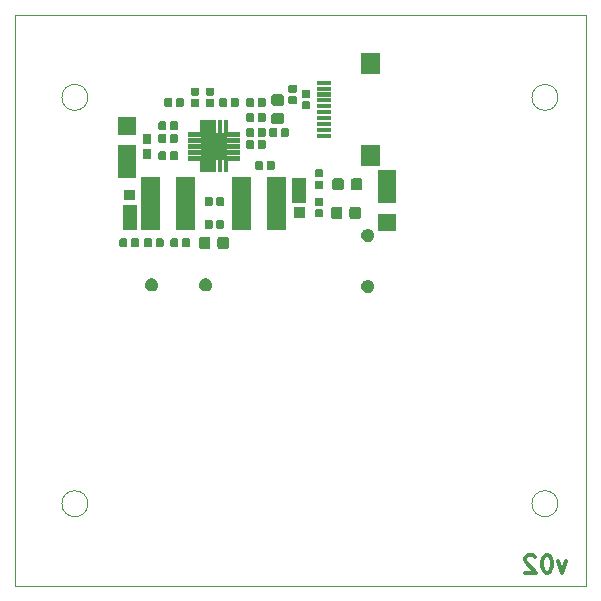
<source format=gbr>
%TF.GenerationSoftware,KiCad,Pcbnew,5.0.2-bee76a0~70~ubuntu18.04.1*%
%TF.CreationDate,2020-02-29T13:17:30-08:00*%
%TF.ProjectId,SolarCellX_v3,536f6c61-7243-4656-9c6c-585f76332e6b,rev?*%
%TF.SameCoordinates,Original*%
%TF.FileFunction,Soldermask,Bot*%
%TF.FilePolarity,Negative*%
%FSLAX46Y46*%
G04 Gerber Fmt 4.6, Leading zero omitted, Abs format (unit mm)*
G04 Created by KiCad (PCBNEW 5.0.2-bee76a0~70~ubuntu18.04.1) date Sat 29 Feb 2020 01:17:30 PM PST*
%MOMM*%
%LPD*%
G01*
G04 APERTURE LIST*
%ADD10C,0.300000*%
%ADD11C,0.050000*%
%ADD12C,0.100000*%
G04 APERTURE END LIST*
D10*
X136723214Y-86229071D02*
X136366071Y-87229071D01*
X136008928Y-86229071D01*
X135151785Y-85729071D02*
X135008928Y-85729071D01*
X134866071Y-85800500D01*
X134794642Y-85871928D01*
X134723214Y-86014785D01*
X134651785Y-86300500D01*
X134651785Y-86657642D01*
X134723214Y-86943357D01*
X134794642Y-87086214D01*
X134866071Y-87157642D01*
X135008928Y-87229071D01*
X135151785Y-87229071D01*
X135294642Y-87157642D01*
X135366071Y-87086214D01*
X135437500Y-86943357D01*
X135508928Y-86657642D01*
X135508928Y-86300500D01*
X135437500Y-86014785D01*
X135366071Y-85871928D01*
X135294642Y-85800500D01*
X135151785Y-85729071D01*
X134080357Y-85871928D02*
X134008928Y-85800500D01*
X133866071Y-85729071D01*
X133508928Y-85729071D01*
X133366071Y-85800500D01*
X133294642Y-85871928D01*
X133223214Y-86014785D01*
X133223214Y-86157642D01*
X133294642Y-86371928D01*
X134151785Y-87229071D01*
X133223214Y-87229071D01*
D11*
X96200000Y-47000000D02*
G75*
G03X96200000Y-47000000I-1100000J0D01*
G01*
X96200000Y-81400000D02*
G75*
G03X96200000Y-81400000I-1100000J0D01*
G01*
X136000000Y-81400000D02*
G75*
G03X136000000Y-81400000I-1100000J0D01*
G01*
X136000000Y-47000000D02*
G75*
G03X136000000Y-47000000I-1100000J0D01*
G01*
X90000000Y-88400000D02*
X138400000Y-88400000D01*
X90000000Y-88400000D02*
X90000000Y-40000000D01*
X138400000Y-40000000D02*
X138400000Y-88400000D01*
X90000000Y-40000000D02*
X138400000Y-40000000D01*
D12*
G36*
X119995104Y-62453549D02*
X120048138Y-62464098D01*
X120148047Y-62505482D01*
X120148049Y-62505483D01*
X120237967Y-62565564D01*
X120314436Y-62642033D01*
X120356417Y-62704862D01*
X120374518Y-62731953D01*
X120415902Y-62831862D01*
X120437000Y-62937929D01*
X120437000Y-63046071D01*
X120415902Y-63152138D01*
X120374518Y-63252047D01*
X120374517Y-63252049D01*
X120314436Y-63341967D01*
X120237967Y-63418436D01*
X120148049Y-63478517D01*
X120148048Y-63478518D01*
X120148047Y-63478518D01*
X120048138Y-63519902D01*
X119995104Y-63530451D01*
X119942072Y-63541000D01*
X119833928Y-63541000D01*
X119780896Y-63530451D01*
X119727862Y-63519902D01*
X119627953Y-63478518D01*
X119627952Y-63478518D01*
X119627951Y-63478517D01*
X119538033Y-63418436D01*
X119461564Y-63341967D01*
X119401483Y-63252049D01*
X119401482Y-63252047D01*
X119360098Y-63152138D01*
X119339000Y-63046071D01*
X119339000Y-62937929D01*
X119360098Y-62831862D01*
X119401482Y-62731953D01*
X119419584Y-62704862D01*
X119461564Y-62642033D01*
X119538033Y-62565564D01*
X119627951Y-62505483D01*
X119627953Y-62505482D01*
X119727862Y-62464098D01*
X119780896Y-62453549D01*
X119833928Y-62443000D01*
X119942072Y-62443000D01*
X119995104Y-62453549D01*
X119995104Y-62453549D01*
G37*
G36*
X106279104Y-62326549D02*
X106332138Y-62337098D01*
X106432047Y-62378482D01*
X106432049Y-62378483D01*
X106521967Y-62438564D01*
X106598436Y-62515033D01*
X106632200Y-62565564D01*
X106658518Y-62604953D01*
X106699902Y-62704862D01*
X106721000Y-62810929D01*
X106721000Y-62919071D01*
X106699902Y-63025138D01*
X106658518Y-63125047D01*
X106658517Y-63125049D01*
X106598436Y-63214967D01*
X106521967Y-63291436D01*
X106432049Y-63351517D01*
X106432048Y-63351518D01*
X106432047Y-63351518D01*
X106332138Y-63392902D01*
X106226072Y-63414000D01*
X106117928Y-63414000D01*
X106011862Y-63392902D01*
X105911953Y-63351518D01*
X105911952Y-63351518D01*
X105911951Y-63351517D01*
X105822033Y-63291436D01*
X105745564Y-63214967D01*
X105685483Y-63125049D01*
X105685482Y-63125047D01*
X105644098Y-63025138D01*
X105623000Y-62919071D01*
X105623000Y-62810929D01*
X105644098Y-62704862D01*
X105685482Y-62604953D01*
X105711801Y-62565564D01*
X105745564Y-62515033D01*
X105822033Y-62438564D01*
X105911951Y-62378483D01*
X105911953Y-62378482D01*
X106011862Y-62337098D01*
X106064896Y-62326549D01*
X106117928Y-62316000D01*
X106226072Y-62316000D01*
X106279104Y-62326549D01*
X106279104Y-62326549D01*
G37*
G36*
X101707104Y-62326549D02*
X101760138Y-62337098D01*
X101860047Y-62378482D01*
X101860049Y-62378483D01*
X101949967Y-62438564D01*
X102026436Y-62515033D01*
X102060200Y-62565564D01*
X102086518Y-62604953D01*
X102127902Y-62704862D01*
X102149000Y-62810929D01*
X102149000Y-62919071D01*
X102127902Y-63025138D01*
X102086518Y-63125047D01*
X102086517Y-63125049D01*
X102026436Y-63214967D01*
X101949967Y-63291436D01*
X101860049Y-63351517D01*
X101860048Y-63351518D01*
X101860047Y-63351518D01*
X101760138Y-63392902D01*
X101654072Y-63414000D01*
X101545928Y-63414000D01*
X101439862Y-63392902D01*
X101339953Y-63351518D01*
X101339952Y-63351518D01*
X101339951Y-63351517D01*
X101250033Y-63291436D01*
X101173564Y-63214967D01*
X101113483Y-63125049D01*
X101113482Y-63125047D01*
X101072098Y-63025138D01*
X101051000Y-62919071D01*
X101051000Y-62810929D01*
X101072098Y-62704862D01*
X101113482Y-62604953D01*
X101139801Y-62565564D01*
X101173564Y-62515033D01*
X101250033Y-62438564D01*
X101339951Y-62378483D01*
X101339953Y-62378482D01*
X101439862Y-62337098D01*
X101492896Y-62326549D01*
X101545928Y-62316000D01*
X101654072Y-62316000D01*
X101707104Y-62326549D01*
X101707104Y-62326549D01*
G37*
G36*
X107968582Y-58789434D02*
X108009526Y-58801854D01*
X108047260Y-58822023D01*
X108080334Y-58849166D01*
X108107477Y-58882240D01*
X108127646Y-58919974D01*
X108140066Y-58960918D01*
X108144500Y-59005936D01*
X108144500Y-59612064D01*
X108140066Y-59657082D01*
X108127646Y-59698026D01*
X108107477Y-59735760D01*
X108080334Y-59768834D01*
X108047260Y-59795977D01*
X108009526Y-59816146D01*
X107968582Y-59828566D01*
X107923564Y-59833000D01*
X107392436Y-59833000D01*
X107347418Y-59828566D01*
X107306474Y-59816146D01*
X107268740Y-59795977D01*
X107235666Y-59768834D01*
X107208523Y-59735760D01*
X107188354Y-59698026D01*
X107175934Y-59657082D01*
X107171500Y-59612064D01*
X107171500Y-59005936D01*
X107175934Y-58960918D01*
X107188354Y-58919974D01*
X107208523Y-58882240D01*
X107235666Y-58849166D01*
X107268740Y-58822023D01*
X107306474Y-58801854D01*
X107347418Y-58789434D01*
X107392436Y-58785000D01*
X107923564Y-58785000D01*
X107968582Y-58789434D01*
X107968582Y-58789434D01*
G37*
G36*
X106393582Y-58789434D02*
X106434526Y-58801854D01*
X106472260Y-58822023D01*
X106505334Y-58849166D01*
X106532477Y-58882240D01*
X106552646Y-58919974D01*
X106565066Y-58960918D01*
X106569500Y-59005936D01*
X106569500Y-59612064D01*
X106565066Y-59657082D01*
X106552646Y-59698026D01*
X106532477Y-59735760D01*
X106505334Y-59768834D01*
X106472260Y-59795977D01*
X106434526Y-59816146D01*
X106393582Y-59828566D01*
X106348564Y-59833000D01*
X105817436Y-59833000D01*
X105772418Y-59828566D01*
X105731474Y-59816146D01*
X105693740Y-59795977D01*
X105660666Y-59768834D01*
X105633523Y-59735760D01*
X105613354Y-59698026D01*
X105600934Y-59657082D01*
X105596500Y-59612064D01*
X105596500Y-59005936D01*
X105600934Y-58960918D01*
X105613354Y-58919974D01*
X105633523Y-58882240D01*
X105660666Y-58849166D01*
X105693740Y-58822023D01*
X105731474Y-58801854D01*
X105772418Y-58789434D01*
X105817436Y-58785000D01*
X106348564Y-58785000D01*
X106393582Y-58789434D01*
X106393582Y-58789434D01*
G37*
G36*
X103753433Y-58943064D02*
X103781008Y-58951430D01*
X103806422Y-58965014D01*
X103828702Y-58983298D01*
X103846986Y-59005578D01*
X103860570Y-59030992D01*
X103868936Y-59058567D01*
X103872000Y-59089684D01*
X103872000Y-59528316D01*
X103868936Y-59559433D01*
X103860570Y-59587008D01*
X103846986Y-59612422D01*
X103828702Y-59634702D01*
X103806422Y-59652986D01*
X103781008Y-59666570D01*
X103753433Y-59674936D01*
X103722316Y-59678000D01*
X103333684Y-59678000D01*
X103302567Y-59674936D01*
X103274992Y-59666570D01*
X103249578Y-59652986D01*
X103227298Y-59634702D01*
X103209014Y-59612422D01*
X103195430Y-59587008D01*
X103187064Y-59559433D01*
X103184000Y-59528316D01*
X103184000Y-59089684D01*
X103187064Y-59058567D01*
X103195430Y-59030992D01*
X103209014Y-59005578D01*
X103227298Y-58983298D01*
X103249578Y-58965014D01*
X103274992Y-58951430D01*
X103302567Y-58943064D01*
X103333684Y-58940000D01*
X103722316Y-58940000D01*
X103753433Y-58943064D01*
X103753433Y-58943064D01*
G37*
G36*
X104723433Y-58943064D02*
X104751008Y-58951430D01*
X104776422Y-58965014D01*
X104798702Y-58983298D01*
X104816986Y-59005578D01*
X104830570Y-59030992D01*
X104838936Y-59058567D01*
X104842000Y-59089684D01*
X104842000Y-59528316D01*
X104838936Y-59559433D01*
X104830570Y-59587008D01*
X104816986Y-59612422D01*
X104798702Y-59634702D01*
X104776422Y-59652986D01*
X104751008Y-59666570D01*
X104723433Y-59674936D01*
X104692316Y-59678000D01*
X104303684Y-59678000D01*
X104272567Y-59674936D01*
X104244992Y-59666570D01*
X104219578Y-59652986D01*
X104197298Y-59634702D01*
X104179014Y-59612422D01*
X104165430Y-59587008D01*
X104157064Y-59559433D01*
X104154000Y-59528316D01*
X104154000Y-59089684D01*
X104157064Y-59058567D01*
X104165430Y-59030992D01*
X104179014Y-59005578D01*
X104197298Y-58983298D01*
X104219578Y-58965014D01*
X104244992Y-58951430D01*
X104272567Y-58943064D01*
X104303684Y-58940000D01*
X104692316Y-58940000D01*
X104723433Y-58943064D01*
X104723433Y-58943064D01*
G37*
G36*
X102500933Y-58943064D02*
X102528508Y-58951430D01*
X102553922Y-58965014D01*
X102576202Y-58983298D01*
X102594486Y-59005578D01*
X102608070Y-59030992D01*
X102616436Y-59058567D01*
X102619500Y-59089684D01*
X102619500Y-59528316D01*
X102616436Y-59559433D01*
X102608070Y-59587008D01*
X102594486Y-59612422D01*
X102576202Y-59634702D01*
X102553922Y-59652986D01*
X102528508Y-59666570D01*
X102500933Y-59674936D01*
X102469816Y-59678000D01*
X102081184Y-59678000D01*
X102050067Y-59674936D01*
X102022492Y-59666570D01*
X101997078Y-59652986D01*
X101974798Y-59634702D01*
X101956514Y-59612422D01*
X101942930Y-59587008D01*
X101934564Y-59559433D01*
X101931500Y-59528316D01*
X101931500Y-59089684D01*
X101934564Y-59058567D01*
X101942930Y-59030992D01*
X101956514Y-59005578D01*
X101974798Y-58983298D01*
X101997078Y-58965014D01*
X102022492Y-58951430D01*
X102050067Y-58943064D01*
X102081184Y-58940000D01*
X102469816Y-58940000D01*
X102500933Y-58943064D01*
X102500933Y-58943064D01*
G37*
G36*
X101530933Y-58943064D02*
X101558508Y-58951430D01*
X101583922Y-58965014D01*
X101606202Y-58983298D01*
X101624486Y-59005578D01*
X101638070Y-59030992D01*
X101646436Y-59058567D01*
X101649500Y-59089684D01*
X101649500Y-59528316D01*
X101646436Y-59559433D01*
X101638070Y-59587008D01*
X101624486Y-59612422D01*
X101606202Y-59634702D01*
X101583922Y-59652986D01*
X101558508Y-59666570D01*
X101530933Y-59674936D01*
X101499816Y-59678000D01*
X101111184Y-59678000D01*
X101080067Y-59674936D01*
X101052492Y-59666570D01*
X101027078Y-59652986D01*
X101004798Y-59634702D01*
X100986514Y-59612422D01*
X100972930Y-59587008D01*
X100964564Y-59559433D01*
X100961500Y-59528316D01*
X100961500Y-59089684D01*
X100964564Y-59058567D01*
X100972930Y-59030992D01*
X100986514Y-59005578D01*
X101004798Y-58983298D01*
X101027078Y-58965014D01*
X101052492Y-58951430D01*
X101080067Y-58943064D01*
X101111184Y-58940000D01*
X101499816Y-58940000D01*
X101530933Y-58943064D01*
X101530933Y-58943064D01*
G37*
G36*
X100405433Y-58943064D02*
X100433008Y-58951430D01*
X100458422Y-58965014D01*
X100480702Y-58983298D01*
X100498986Y-59005578D01*
X100512570Y-59030992D01*
X100520936Y-59058567D01*
X100524000Y-59089684D01*
X100524000Y-59528316D01*
X100520936Y-59559433D01*
X100512570Y-59587008D01*
X100498986Y-59612422D01*
X100480702Y-59634702D01*
X100458422Y-59652986D01*
X100433008Y-59666570D01*
X100405433Y-59674936D01*
X100374316Y-59678000D01*
X99985684Y-59678000D01*
X99954567Y-59674936D01*
X99926992Y-59666570D01*
X99901578Y-59652986D01*
X99879298Y-59634702D01*
X99861014Y-59612422D01*
X99847430Y-59587008D01*
X99839064Y-59559433D01*
X99836000Y-59528316D01*
X99836000Y-59089684D01*
X99839064Y-59058567D01*
X99847430Y-59030992D01*
X99861014Y-59005578D01*
X99879298Y-58983298D01*
X99901578Y-58965014D01*
X99926992Y-58951430D01*
X99954567Y-58943064D01*
X99985684Y-58940000D01*
X100374316Y-58940000D01*
X100405433Y-58943064D01*
X100405433Y-58943064D01*
G37*
G36*
X99435433Y-58943064D02*
X99463008Y-58951430D01*
X99488422Y-58965014D01*
X99510702Y-58983298D01*
X99528986Y-59005578D01*
X99542570Y-59030992D01*
X99550936Y-59058567D01*
X99554000Y-59089684D01*
X99554000Y-59528316D01*
X99550936Y-59559433D01*
X99542570Y-59587008D01*
X99528986Y-59612422D01*
X99510702Y-59634702D01*
X99488422Y-59652986D01*
X99463008Y-59666570D01*
X99435433Y-59674936D01*
X99404316Y-59678000D01*
X99015684Y-59678000D01*
X98984567Y-59674936D01*
X98956992Y-59666570D01*
X98931578Y-59652986D01*
X98909298Y-59634702D01*
X98891014Y-59612422D01*
X98877430Y-59587008D01*
X98869064Y-59559433D01*
X98866000Y-59528316D01*
X98866000Y-59089684D01*
X98869064Y-59058567D01*
X98877430Y-59030992D01*
X98891014Y-59005578D01*
X98909298Y-58983298D01*
X98931578Y-58965014D01*
X98956992Y-58951430D01*
X98984567Y-58943064D01*
X99015684Y-58940000D01*
X99404316Y-58940000D01*
X99435433Y-58943064D01*
X99435433Y-58943064D01*
G37*
G36*
X119995104Y-58135549D02*
X120048138Y-58146098D01*
X120148047Y-58187482D01*
X120148049Y-58187483D01*
X120237967Y-58247564D01*
X120314435Y-58324032D01*
X120374518Y-58413953D01*
X120415902Y-58513862D01*
X120437000Y-58619929D01*
X120437000Y-58728071D01*
X120415902Y-58834138D01*
X120380347Y-58919974D01*
X120374517Y-58934049D01*
X120314436Y-59023967D01*
X120237967Y-59100436D01*
X120148049Y-59160517D01*
X120148048Y-59160518D01*
X120148047Y-59160518D01*
X120048138Y-59201902D01*
X119995104Y-59212451D01*
X119942072Y-59223000D01*
X119833928Y-59223000D01*
X119780896Y-59212451D01*
X119727862Y-59201902D01*
X119627953Y-59160518D01*
X119627952Y-59160518D01*
X119627951Y-59160517D01*
X119538033Y-59100436D01*
X119461564Y-59023967D01*
X119401483Y-58934049D01*
X119395653Y-58919974D01*
X119360098Y-58834138D01*
X119339000Y-58728071D01*
X119339000Y-58619929D01*
X119360098Y-58513862D01*
X119401482Y-58413953D01*
X119461565Y-58324032D01*
X119538033Y-58247564D01*
X119627951Y-58187483D01*
X119627953Y-58187482D01*
X119727862Y-58146098D01*
X119780896Y-58135549D01*
X119833928Y-58125000D01*
X119942072Y-58125000D01*
X119995104Y-58135549D01*
X119995104Y-58135549D01*
G37*
G36*
X122249000Y-58349000D02*
X120751000Y-58349000D01*
X120751000Y-56851000D01*
X122249000Y-56851000D01*
X122249000Y-58349000D01*
X122249000Y-58349000D01*
G37*
G36*
X102301500Y-58267600D02*
X100739400Y-58267600D01*
X100739400Y-53746400D01*
X102301500Y-53746400D01*
X102301500Y-58267600D01*
X102301500Y-58267600D01*
G37*
G36*
X105260600Y-58267600D02*
X103698500Y-58267600D01*
X103698500Y-53746400D01*
X105260600Y-53746400D01*
X105260600Y-58267600D01*
X105260600Y-58267600D01*
G37*
G36*
X109997240Y-58234580D02*
X108435140Y-58234580D01*
X108435140Y-53713380D01*
X109997240Y-53713380D01*
X109997240Y-58234580D01*
X109997240Y-58234580D01*
G37*
G36*
X112956340Y-58234580D02*
X111394240Y-58234580D01*
X111394240Y-53713380D01*
X112956340Y-53713380D01*
X112956340Y-58234580D01*
X112956340Y-58234580D01*
G37*
G36*
X100349000Y-58214000D02*
X99151000Y-58214000D01*
X99151000Y-56116000D01*
X100349000Y-56116000D01*
X100349000Y-58214000D01*
X100349000Y-58214000D01*
G37*
G36*
X106654093Y-57382720D02*
X106681668Y-57391086D01*
X106707082Y-57404670D01*
X106729362Y-57422954D01*
X106747646Y-57445234D01*
X106761230Y-57470648D01*
X106769596Y-57498223D01*
X106772660Y-57529340D01*
X106772660Y-57967972D01*
X106769596Y-57999089D01*
X106761230Y-58026664D01*
X106747646Y-58052078D01*
X106729362Y-58074358D01*
X106707082Y-58092642D01*
X106681668Y-58106226D01*
X106654093Y-58114592D01*
X106622976Y-58117656D01*
X106234344Y-58117656D01*
X106203227Y-58114592D01*
X106175652Y-58106226D01*
X106150238Y-58092642D01*
X106127958Y-58074358D01*
X106109674Y-58052078D01*
X106096090Y-58026664D01*
X106087724Y-57999089D01*
X106084660Y-57967972D01*
X106084660Y-57529340D01*
X106087724Y-57498223D01*
X106096090Y-57470648D01*
X106109674Y-57445234D01*
X106127958Y-57422954D01*
X106150238Y-57404670D01*
X106175652Y-57391086D01*
X106203227Y-57382720D01*
X106234344Y-57379656D01*
X106622976Y-57379656D01*
X106654093Y-57382720D01*
X106654093Y-57382720D01*
G37*
G36*
X107624093Y-57382720D02*
X107651668Y-57391086D01*
X107677082Y-57404670D01*
X107699362Y-57422954D01*
X107717646Y-57445234D01*
X107731230Y-57470648D01*
X107739596Y-57498223D01*
X107742660Y-57529340D01*
X107742660Y-57967972D01*
X107739596Y-57999089D01*
X107731230Y-58026664D01*
X107717646Y-58052078D01*
X107699362Y-58074358D01*
X107677082Y-58092642D01*
X107651668Y-58106226D01*
X107624093Y-58114592D01*
X107592976Y-58117656D01*
X107204344Y-58117656D01*
X107173227Y-58114592D01*
X107145652Y-58106226D01*
X107120238Y-58092642D01*
X107097958Y-58074358D01*
X107079674Y-58052078D01*
X107066090Y-58026664D01*
X107057724Y-57999089D01*
X107054660Y-57967972D01*
X107054660Y-57529340D01*
X107057724Y-57498223D01*
X107066090Y-57470648D01*
X107079674Y-57445234D01*
X107097958Y-57422954D01*
X107120238Y-57404670D01*
X107145652Y-57391086D01*
X107173227Y-57382720D01*
X107204344Y-57379656D01*
X107592976Y-57379656D01*
X107624093Y-57382720D01*
X107624093Y-57382720D01*
G37*
G36*
X119144582Y-56249434D02*
X119185526Y-56261854D01*
X119223260Y-56282023D01*
X119256334Y-56309166D01*
X119283477Y-56342240D01*
X119303646Y-56379974D01*
X119316066Y-56420918D01*
X119320500Y-56465936D01*
X119320500Y-57072064D01*
X119316066Y-57117082D01*
X119303646Y-57158026D01*
X119283477Y-57195760D01*
X119256334Y-57228834D01*
X119223260Y-57255977D01*
X119185526Y-57276146D01*
X119144582Y-57288566D01*
X119099564Y-57293000D01*
X118568436Y-57293000D01*
X118523418Y-57288566D01*
X118482474Y-57276146D01*
X118444740Y-57255977D01*
X118411666Y-57228834D01*
X118384523Y-57195760D01*
X118364354Y-57158026D01*
X118351934Y-57117082D01*
X118347500Y-57072064D01*
X118347500Y-56465936D01*
X118351934Y-56420918D01*
X118364354Y-56379974D01*
X118384523Y-56342240D01*
X118411666Y-56309166D01*
X118444740Y-56282023D01*
X118482474Y-56261854D01*
X118523418Y-56249434D01*
X118568436Y-56245000D01*
X119099564Y-56245000D01*
X119144582Y-56249434D01*
X119144582Y-56249434D01*
G37*
G36*
X117569582Y-56249434D02*
X117610526Y-56261854D01*
X117648260Y-56282023D01*
X117681334Y-56309166D01*
X117708477Y-56342240D01*
X117728646Y-56379974D01*
X117741066Y-56420918D01*
X117745500Y-56465936D01*
X117745500Y-57072064D01*
X117741066Y-57117082D01*
X117728646Y-57158026D01*
X117708477Y-57195760D01*
X117681334Y-57228834D01*
X117648260Y-57255977D01*
X117610526Y-57276146D01*
X117569582Y-57288566D01*
X117524564Y-57293000D01*
X116993436Y-57293000D01*
X116948418Y-57288566D01*
X116907474Y-57276146D01*
X116869740Y-57255977D01*
X116836666Y-57228834D01*
X116809523Y-57195760D01*
X116789354Y-57158026D01*
X116776934Y-57117082D01*
X116772500Y-57072064D01*
X116772500Y-56465936D01*
X116776934Y-56420918D01*
X116789354Y-56379974D01*
X116809523Y-56342240D01*
X116836666Y-56309166D01*
X116869740Y-56282023D01*
X116907474Y-56261854D01*
X116948418Y-56249434D01*
X116993436Y-56245000D01*
X117524564Y-56245000D01*
X117569582Y-56249434D01*
X117569582Y-56249434D01*
G37*
G36*
X114558500Y-57198000D02*
X113660500Y-57198000D01*
X113660500Y-56300000D01*
X114558500Y-56300000D01*
X114558500Y-57198000D01*
X114558500Y-57198000D01*
G37*
G36*
X116010933Y-56468564D02*
X116038508Y-56476930D01*
X116063922Y-56490514D01*
X116086202Y-56508798D01*
X116104486Y-56531078D01*
X116118070Y-56556492D01*
X116126436Y-56584067D01*
X116129500Y-56615184D01*
X116129500Y-57003816D01*
X116126436Y-57034933D01*
X116118070Y-57062508D01*
X116104486Y-57087922D01*
X116086202Y-57110202D01*
X116063922Y-57128486D01*
X116038508Y-57142070D01*
X116010933Y-57150436D01*
X115979816Y-57153500D01*
X115541184Y-57153500D01*
X115510067Y-57150436D01*
X115482492Y-57142070D01*
X115457078Y-57128486D01*
X115434798Y-57110202D01*
X115416514Y-57087922D01*
X115402930Y-57062508D01*
X115394564Y-57034933D01*
X115391500Y-57003816D01*
X115391500Y-56615184D01*
X115394564Y-56584067D01*
X115402930Y-56556492D01*
X115416514Y-56531078D01*
X115434798Y-56508798D01*
X115457078Y-56490514D01*
X115482492Y-56476930D01*
X115510067Y-56468564D01*
X115541184Y-56465500D01*
X115979816Y-56465500D01*
X116010933Y-56468564D01*
X116010933Y-56468564D01*
G37*
G36*
X106654093Y-55450564D02*
X106681668Y-55458930D01*
X106707082Y-55472514D01*
X106729362Y-55490798D01*
X106747646Y-55513078D01*
X106761230Y-55538492D01*
X106769596Y-55566067D01*
X106772660Y-55597184D01*
X106772660Y-56035816D01*
X106769596Y-56066933D01*
X106761230Y-56094508D01*
X106747646Y-56119922D01*
X106729362Y-56142202D01*
X106707082Y-56160486D01*
X106681668Y-56174070D01*
X106654093Y-56182436D01*
X106622976Y-56185500D01*
X106234344Y-56185500D01*
X106203227Y-56182436D01*
X106175652Y-56174070D01*
X106150238Y-56160486D01*
X106127958Y-56142202D01*
X106109674Y-56119922D01*
X106096090Y-56094508D01*
X106087724Y-56066933D01*
X106084660Y-56035816D01*
X106084660Y-55597184D01*
X106087724Y-55566067D01*
X106096090Y-55538492D01*
X106109674Y-55513078D01*
X106127958Y-55490798D01*
X106150238Y-55472514D01*
X106175652Y-55458930D01*
X106203227Y-55450564D01*
X106234344Y-55447500D01*
X106622976Y-55447500D01*
X106654093Y-55450564D01*
X106654093Y-55450564D01*
G37*
G36*
X107624093Y-55450564D02*
X107651668Y-55458930D01*
X107677082Y-55472514D01*
X107699362Y-55490798D01*
X107717646Y-55513078D01*
X107731230Y-55538492D01*
X107739596Y-55566067D01*
X107742660Y-55597184D01*
X107742660Y-56035816D01*
X107739596Y-56066933D01*
X107731230Y-56094508D01*
X107717646Y-56119922D01*
X107699362Y-56142202D01*
X107677082Y-56160486D01*
X107651668Y-56174070D01*
X107624093Y-56182436D01*
X107592976Y-56185500D01*
X107204344Y-56185500D01*
X107173227Y-56182436D01*
X107145652Y-56174070D01*
X107120238Y-56160486D01*
X107097958Y-56142202D01*
X107079674Y-56119922D01*
X107066090Y-56094508D01*
X107057724Y-56066933D01*
X107054660Y-56035816D01*
X107054660Y-55597184D01*
X107057724Y-55566067D01*
X107066090Y-55538492D01*
X107079674Y-55513078D01*
X107097958Y-55490798D01*
X107120238Y-55472514D01*
X107145652Y-55458930D01*
X107173227Y-55450564D01*
X107204344Y-55447500D01*
X107592976Y-55447500D01*
X107624093Y-55450564D01*
X107624093Y-55450564D01*
G37*
G36*
X116010933Y-55498564D02*
X116038508Y-55506930D01*
X116063922Y-55520514D01*
X116086202Y-55538798D01*
X116104486Y-55561078D01*
X116118070Y-55586492D01*
X116126436Y-55614067D01*
X116129500Y-55645184D01*
X116129500Y-56033816D01*
X116126436Y-56064933D01*
X116118070Y-56092508D01*
X116104486Y-56117922D01*
X116086202Y-56140202D01*
X116063922Y-56158486D01*
X116038508Y-56172070D01*
X116010933Y-56180436D01*
X115979816Y-56183500D01*
X115541184Y-56183500D01*
X115510067Y-56180436D01*
X115482492Y-56172070D01*
X115457078Y-56158486D01*
X115434798Y-56140202D01*
X115416514Y-56117922D01*
X115402930Y-56092508D01*
X115394564Y-56064933D01*
X115391500Y-56033816D01*
X115391500Y-55645184D01*
X115394564Y-55614067D01*
X115402930Y-55586492D01*
X115416514Y-55561078D01*
X115434798Y-55538798D01*
X115457078Y-55520514D01*
X115482492Y-55506930D01*
X115510067Y-55498564D01*
X115541184Y-55495500D01*
X115979816Y-55495500D01*
X116010933Y-55498564D01*
X116010933Y-55498564D01*
G37*
G36*
X122249000Y-55949000D02*
X120751000Y-55949000D01*
X120751000Y-53151000D01*
X122249000Y-53151000D01*
X122249000Y-55949000D01*
X122249000Y-55949000D01*
G37*
G36*
X114708500Y-55898000D02*
X113510500Y-55898000D01*
X113510500Y-53800000D01*
X114708500Y-53800000D01*
X114708500Y-55898000D01*
X114708500Y-55898000D01*
G37*
G36*
X100199000Y-55714000D02*
X99301000Y-55714000D01*
X99301000Y-54816000D01*
X100199000Y-54816000D01*
X100199000Y-55714000D01*
X100199000Y-55714000D01*
G37*
G36*
X119271582Y-53836434D02*
X119312526Y-53848854D01*
X119350260Y-53869023D01*
X119383334Y-53896166D01*
X119410477Y-53929240D01*
X119430646Y-53966974D01*
X119443066Y-54007918D01*
X119447500Y-54052936D01*
X119447500Y-54659064D01*
X119443066Y-54704082D01*
X119430646Y-54745026D01*
X119410477Y-54782760D01*
X119383334Y-54815834D01*
X119350260Y-54842977D01*
X119312526Y-54863146D01*
X119271582Y-54875566D01*
X119226564Y-54880000D01*
X118695436Y-54880000D01*
X118650418Y-54875566D01*
X118609474Y-54863146D01*
X118571740Y-54842977D01*
X118538666Y-54815834D01*
X118511523Y-54782760D01*
X118491354Y-54745026D01*
X118478934Y-54704082D01*
X118474500Y-54659064D01*
X118474500Y-54052936D01*
X118478934Y-54007918D01*
X118491354Y-53966974D01*
X118511523Y-53929240D01*
X118538666Y-53896166D01*
X118571740Y-53869023D01*
X118609474Y-53848854D01*
X118650418Y-53836434D01*
X118695436Y-53832000D01*
X119226564Y-53832000D01*
X119271582Y-53836434D01*
X119271582Y-53836434D01*
G37*
G36*
X117696582Y-53836434D02*
X117737526Y-53848854D01*
X117775260Y-53869023D01*
X117808334Y-53896166D01*
X117835477Y-53929240D01*
X117855646Y-53966974D01*
X117868066Y-54007918D01*
X117872500Y-54052936D01*
X117872500Y-54659064D01*
X117868066Y-54704082D01*
X117855646Y-54745026D01*
X117835477Y-54782760D01*
X117808334Y-54815834D01*
X117775260Y-54842977D01*
X117737526Y-54863146D01*
X117696582Y-54875566D01*
X117651564Y-54880000D01*
X117120436Y-54880000D01*
X117075418Y-54875566D01*
X117034474Y-54863146D01*
X116996740Y-54842977D01*
X116963666Y-54815834D01*
X116936523Y-54782760D01*
X116916354Y-54745026D01*
X116903934Y-54704082D01*
X116899500Y-54659064D01*
X116899500Y-54052936D01*
X116903934Y-54007918D01*
X116916354Y-53966974D01*
X116936523Y-53929240D01*
X116963666Y-53896166D01*
X116996740Y-53869023D01*
X117034474Y-53848854D01*
X117075418Y-53836434D01*
X117120436Y-53832000D01*
X117651564Y-53832000D01*
X117696582Y-53836434D01*
X117696582Y-53836434D01*
G37*
G36*
X116010933Y-54055564D02*
X116038508Y-54063930D01*
X116063922Y-54077514D01*
X116086202Y-54095798D01*
X116104486Y-54118078D01*
X116118070Y-54143492D01*
X116126436Y-54171067D01*
X116129500Y-54202184D01*
X116129500Y-54590816D01*
X116126436Y-54621933D01*
X116118070Y-54649508D01*
X116104486Y-54674922D01*
X116086202Y-54697202D01*
X116063922Y-54715486D01*
X116038508Y-54729070D01*
X116010933Y-54737436D01*
X115979816Y-54740500D01*
X115541184Y-54740500D01*
X115510067Y-54737436D01*
X115482492Y-54729070D01*
X115457078Y-54715486D01*
X115434798Y-54697202D01*
X115416514Y-54674922D01*
X115402930Y-54649508D01*
X115394564Y-54621933D01*
X115391500Y-54590816D01*
X115391500Y-54202184D01*
X115394564Y-54171067D01*
X115402930Y-54143492D01*
X115416514Y-54118078D01*
X115434798Y-54095798D01*
X115457078Y-54077514D01*
X115482492Y-54063930D01*
X115510067Y-54055564D01*
X115541184Y-54052500D01*
X115979816Y-54052500D01*
X116010933Y-54055564D01*
X116010933Y-54055564D01*
G37*
G36*
X100249000Y-53849000D02*
X98751000Y-53849000D01*
X98751000Y-51051000D01*
X100249000Y-51051000D01*
X100249000Y-53849000D01*
X100249000Y-53849000D01*
G37*
G36*
X116010933Y-53085564D02*
X116038508Y-53093930D01*
X116063922Y-53107514D01*
X116086202Y-53125798D01*
X116104486Y-53148078D01*
X116118070Y-53173492D01*
X116126436Y-53201067D01*
X116129500Y-53232184D01*
X116129500Y-53620816D01*
X116126436Y-53651933D01*
X116118070Y-53679508D01*
X116104486Y-53704922D01*
X116086202Y-53727202D01*
X116063922Y-53745486D01*
X116038508Y-53759070D01*
X116010933Y-53767436D01*
X115979816Y-53770500D01*
X115541184Y-53770500D01*
X115510067Y-53767436D01*
X115482492Y-53759070D01*
X115457078Y-53745486D01*
X115434798Y-53727202D01*
X115416514Y-53704922D01*
X115402930Y-53679508D01*
X115394564Y-53651933D01*
X115391500Y-53620816D01*
X115391500Y-53232184D01*
X115394564Y-53201067D01*
X115402930Y-53173492D01*
X115416514Y-53148078D01*
X115434798Y-53125798D01*
X115457078Y-53107514D01*
X115482492Y-53093930D01*
X115510067Y-53085564D01*
X115541184Y-53082500D01*
X115979816Y-53082500D01*
X116010933Y-53085564D01*
X116010933Y-53085564D01*
G37*
G36*
X106092660Y-49971156D02*
X106093611Y-49980813D01*
X106096428Y-49990099D01*
X106101002Y-49998657D01*
X106107158Y-50006158D01*
X106114659Y-50012314D01*
X106123217Y-50016888D01*
X106132503Y-50019705D01*
X106142160Y-50020656D01*
X106145160Y-50020656D01*
X106154817Y-50019705D01*
X106164103Y-50016888D01*
X106172661Y-50012314D01*
X106180162Y-50006158D01*
X106186318Y-49998657D01*
X106190892Y-49990099D01*
X106193709Y-49980813D01*
X106194660Y-49971156D01*
X106194660Y-48945656D01*
X106592660Y-48945656D01*
X106592660Y-49971156D01*
X106593611Y-49980813D01*
X106596428Y-49990099D01*
X106601002Y-49998657D01*
X106607158Y-50006158D01*
X106614659Y-50012314D01*
X106623217Y-50016888D01*
X106632503Y-50019705D01*
X106642160Y-50020656D01*
X106645160Y-50020656D01*
X106654817Y-50019705D01*
X106664103Y-50016888D01*
X106672661Y-50012314D01*
X106680162Y-50006158D01*
X106686318Y-49998657D01*
X106690892Y-49990099D01*
X106693709Y-49980813D01*
X106694660Y-49971156D01*
X106694660Y-48945656D01*
X107092660Y-48945656D01*
X107092660Y-49971156D01*
X107093611Y-49980813D01*
X107096428Y-49990099D01*
X107101002Y-49998657D01*
X107107158Y-50006158D01*
X107114659Y-50012314D01*
X107123217Y-50016888D01*
X107132503Y-50019705D01*
X107142160Y-50020656D01*
X107145160Y-50020656D01*
X107154817Y-50019705D01*
X107164103Y-50016888D01*
X107172661Y-50012314D01*
X107180162Y-50006158D01*
X107186318Y-49998657D01*
X107190892Y-49990099D01*
X107193709Y-49980813D01*
X107194660Y-49971156D01*
X107194660Y-48945656D01*
X107592660Y-48945656D01*
X107592660Y-49971156D01*
X107593611Y-49980813D01*
X107596428Y-49990099D01*
X107601002Y-49998657D01*
X107607158Y-50006158D01*
X107614659Y-50012314D01*
X107623217Y-50016888D01*
X107632503Y-50019705D01*
X107642160Y-50020656D01*
X107645160Y-50020656D01*
X107654817Y-50019705D01*
X107664103Y-50016888D01*
X107672661Y-50012314D01*
X107680162Y-50006158D01*
X107686318Y-49998657D01*
X107690892Y-49990099D01*
X107693709Y-49980813D01*
X107694660Y-49971156D01*
X107694660Y-48945656D01*
X108092660Y-48945656D01*
X108092660Y-49896156D01*
X108093611Y-49905813D01*
X108096428Y-49915099D01*
X108101002Y-49923657D01*
X108107158Y-49931158D01*
X108114659Y-49937314D01*
X108123217Y-49941888D01*
X108132503Y-49944705D01*
X108142160Y-49945656D01*
X109092660Y-49945656D01*
X109092660Y-50343656D01*
X108067160Y-50343656D01*
X108057503Y-50344607D01*
X108048217Y-50347424D01*
X108039659Y-50351998D01*
X108032158Y-50358154D01*
X108026002Y-50365655D01*
X108021428Y-50374213D01*
X108018611Y-50383499D01*
X108017660Y-50393156D01*
X108017660Y-50396156D01*
X108018611Y-50405813D01*
X108021428Y-50415099D01*
X108026002Y-50423657D01*
X108032158Y-50431158D01*
X108039659Y-50437314D01*
X108048217Y-50441888D01*
X108057503Y-50444705D01*
X108067160Y-50445656D01*
X109092660Y-50445656D01*
X109092660Y-50843656D01*
X108067160Y-50843656D01*
X108057503Y-50844607D01*
X108048217Y-50847424D01*
X108039659Y-50851998D01*
X108032158Y-50858154D01*
X108026002Y-50865655D01*
X108021428Y-50874213D01*
X108018611Y-50883499D01*
X108017660Y-50893156D01*
X108017660Y-50896156D01*
X108018611Y-50905813D01*
X108021428Y-50915099D01*
X108026002Y-50923657D01*
X108032158Y-50931158D01*
X108039659Y-50937314D01*
X108048217Y-50941888D01*
X108057503Y-50944705D01*
X108067160Y-50945656D01*
X109092660Y-50945656D01*
X109092660Y-51343656D01*
X108067160Y-51343656D01*
X108057503Y-51344607D01*
X108048217Y-51347424D01*
X108039659Y-51351998D01*
X108032158Y-51358154D01*
X108026002Y-51365655D01*
X108021428Y-51374213D01*
X108018611Y-51383499D01*
X108017660Y-51393156D01*
X108017660Y-51396156D01*
X108018611Y-51405813D01*
X108021428Y-51415099D01*
X108026002Y-51423657D01*
X108032158Y-51431158D01*
X108039659Y-51437314D01*
X108048217Y-51441888D01*
X108057503Y-51444705D01*
X108067160Y-51445656D01*
X109092660Y-51445656D01*
X109092660Y-51843656D01*
X108067160Y-51843656D01*
X108057503Y-51844607D01*
X108048217Y-51847424D01*
X108039659Y-51851998D01*
X108032158Y-51858154D01*
X108026002Y-51865655D01*
X108021428Y-51874213D01*
X108018611Y-51883499D01*
X108017660Y-51893156D01*
X108017660Y-51896156D01*
X108018611Y-51905813D01*
X108021428Y-51915099D01*
X108026002Y-51923657D01*
X108032158Y-51931158D01*
X108039659Y-51937314D01*
X108048217Y-51941888D01*
X108057503Y-51944705D01*
X108067160Y-51945656D01*
X109092660Y-51945656D01*
X109092660Y-52343656D01*
X108142160Y-52343656D01*
X108132503Y-52344607D01*
X108123217Y-52347424D01*
X108114659Y-52351998D01*
X108107158Y-52358154D01*
X108101002Y-52365655D01*
X108096428Y-52374213D01*
X108093611Y-52383499D01*
X108092660Y-52393156D01*
X108092660Y-53343656D01*
X107694660Y-53343656D01*
X107694660Y-52318156D01*
X107693709Y-52308499D01*
X107690892Y-52299213D01*
X107686318Y-52290655D01*
X107680162Y-52283154D01*
X107672661Y-52276998D01*
X107664103Y-52272424D01*
X107654817Y-52269607D01*
X107645160Y-52268656D01*
X107642160Y-52268656D01*
X107632503Y-52269607D01*
X107623217Y-52272424D01*
X107614659Y-52276998D01*
X107607158Y-52283154D01*
X107601002Y-52290655D01*
X107596428Y-52299213D01*
X107593611Y-52308499D01*
X107592660Y-52318156D01*
X107592660Y-53343656D01*
X107194660Y-53343656D01*
X107194660Y-52318156D01*
X107193709Y-52308499D01*
X107190892Y-52299213D01*
X107186318Y-52290655D01*
X107180162Y-52283154D01*
X107172661Y-52276998D01*
X107164103Y-52272424D01*
X107154817Y-52269607D01*
X107145160Y-52268656D01*
X107142160Y-52268656D01*
X107132503Y-52269607D01*
X107123217Y-52272424D01*
X107114659Y-52276998D01*
X107107158Y-52283154D01*
X107101002Y-52290655D01*
X107096428Y-52299213D01*
X107093611Y-52308499D01*
X107092660Y-52318156D01*
X107092660Y-53343656D01*
X106694660Y-53343656D01*
X106694660Y-52318156D01*
X106693709Y-52308499D01*
X106690892Y-52299213D01*
X106686318Y-52290655D01*
X106680162Y-52283154D01*
X106672661Y-52276998D01*
X106664103Y-52272424D01*
X106654817Y-52269607D01*
X106645160Y-52268656D01*
X106642160Y-52268656D01*
X106632503Y-52269607D01*
X106623217Y-52272424D01*
X106614659Y-52276998D01*
X106607158Y-52283154D01*
X106601002Y-52290655D01*
X106596428Y-52299213D01*
X106593611Y-52308499D01*
X106592660Y-52318156D01*
X106592660Y-53343656D01*
X106194660Y-53343656D01*
X106194660Y-52318156D01*
X106193709Y-52308499D01*
X106190892Y-52299213D01*
X106186318Y-52290655D01*
X106180162Y-52283154D01*
X106172661Y-52276998D01*
X106164103Y-52272424D01*
X106154817Y-52269607D01*
X106145160Y-52268656D01*
X106142160Y-52268656D01*
X106132503Y-52269607D01*
X106123217Y-52272424D01*
X106114659Y-52276998D01*
X106107158Y-52283154D01*
X106101002Y-52290655D01*
X106096428Y-52299213D01*
X106093611Y-52308499D01*
X106092660Y-52318156D01*
X106092660Y-53343656D01*
X105694660Y-53343656D01*
X105694660Y-52393156D01*
X105693709Y-52383499D01*
X105690892Y-52374213D01*
X105686318Y-52365655D01*
X105680162Y-52358154D01*
X105672661Y-52351998D01*
X105664103Y-52347424D01*
X105654817Y-52344607D01*
X105645160Y-52343656D01*
X104694660Y-52343656D01*
X104694660Y-51945656D01*
X105720160Y-51945656D01*
X105729817Y-51944705D01*
X105739103Y-51941888D01*
X105747661Y-51937314D01*
X105755162Y-51931158D01*
X105761318Y-51923657D01*
X105765892Y-51915099D01*
X105768709Y-51905813D01*
X105769660Y-51896156D01*
X105769660Y-51893156D01*
X105768709Y-51883499D01*
X105765892Y-51874213D01*
X105761318Y-51865655D01*
X105755162Y-51858154D01*
X105747661Y-51851998D01*
X105739103Y-51847424D01*
X105729817Y-51844607D01*
X105720160Y-51843656D01*
X104694660Y-51843656D01*
X104694660Y-51445656D01*
X105720160Y-51445656D01*
X105729817Y-51444705D01*
X105739103Y-51441888D01*
X105747661Y-51437314D01*
X105755162Y-51431158D01*
X105761318Y-51423657D01*
X105765892Y-51415099D01*
X105768709Y-51405813D01*
X105769660Y-51396156D01*
X105769660Y-51393156D01*
X105768709Y-51383499D01*
X105765892Y-51374213D01*
X105761318Y-51365655D01*
X105755162Y-51358154D01*
X105747661Y-51351998D01*
X105739103Y-51347424D01*
X105729817Y-51344607D01*
X105720160Y-51343656D01*
X104694660Y-51343656D01*
X104694660Y-50945656D01*
X105720160Y-50945656D01*
X105729817Y-50944705D01*
X105739103Y-50941888D01*
X105747661Y-50937314D01*
X105755162Y-50931158D01*
X105761318Y-50923657D01*
X105765892Y-50915099D01*
X105768709Y-50905813D01*
X105769660Y-50896156D01*
X105769660Y-50893156D01*
X105768709Y-50883499D01*
X105765892Y-50874213D01*
X105761318Y-50865655D01*
X105755162Y-50858154D01*
X105747661Y-50851998D01*
X105739103Y-50847424D01*
X105729817Y-50844607D01*
X105720160Y-50843656D01*
X104694660Y-50843656D01*
X104694660Y-50445656D01*
X105720160Y-50445656D01*
X105729817Y-50444705D01*
X105739103Y-50441888D01*
X105747661Y-50437314D01*
X105755162Y-50431158D01*
X105761318Y-50423657D01*
X105765892Y-50415099D01*
X105768709Y-50405813D01*
X105769660Y-50396156D01*
X105769660Y-50393156D01*
X105768709Y-50383499D01*
X105765892Y-50374213D01*
X105761318Y-50365655D01*
X105755162Y-50358154D01*
X105747661Y-50351998D01*
X105739103Y-50347424D01*
X105729817Y-50344607D01*
X105720160Y-50343656D01*
X104694660Y-50343656D01*
X104694660Y-49945656D01*
X105645160Y-49945656D01*
X105654817Y-49944705D01*
X105664103Y-49941888D01*
X105672661Y-49937314D01*
X105680162Y-49931158D01*
X105686318Y-49923657D01*
X105690892Y-49915099D01*
X105693709Y-49905813D01*
X105694660Y-49896156D01*
X105694660Y-48945656D01*
X106092660Y-48945656D01*
X106092660Y-49971156D01*
X106092660Y-49971156D01*
G37*
G36*
X111898933Y-52402564D02*
X111926508Y-52410930D01*
X111951922Y-52424514D01*
X111974202Y-52442798D01*
X111992486Y-52465078D01*
X112006070Y-52490492D01*
X112014436Y-52518067D01*
X112017500Y-52549184D01*
X112017500Y-52987816D01*
X112014436Y-53018933D01*
X112006070Y-53046508D01*
X111992486Y-53071922D01*
X111974202Y-53094202D01*
X111951922Y-53112486D01*
X111926508Y-53126070D01*
X111898933Y-53134436D01*
X111867816Y-53137500D01*
X111479184Y-53137500D01*
X111448067Y-53134436D01*
X111420492Y-53126070D01*
X111395078Y-53112486D01*
X111372798Y-53094202D01*
X111354514Y-53071922D01*
X111340930Y-53046508D01*
X111332564Y-53018933D01*
X111329500Y-52987816D01*
X111329500Y-52549184D01*
X111332564Y-52518067D01*
X111340930Y-52490492D01*
X111354514Y-52465078D01*
X111372798Y-52442798D01*
X111395078Y-52424514D01*
X111420492Y-52410930D01*
X111448067Y-52402564D01*
X111479184Y-52399500D01*
X111867816Y-52399500D01*
X111898933Y-52402564D01*
X111898933Y-52402564D01*
G37*
G36*
X110928933Y-52402564D02*
X110956508Y-52410930D01*
X110981922Y-52424514D01*
X111004202Y-52442798D01*
X111022486Y-52465078D01*
X111036070Y-52490492D01*
X111044436Y-52518067D01*
X111047500Y-52549184D01*
X111047500Y-52987816D01*
X111044436Y-53018933D01*
X111036070Y-53046508D01*
X111022486Y-53071922D01*
X111004202Y-53094202D01*
X110981922Y-53112486D01*
X110956508Y-53126070D01*
X110928933Y-53134436D01*
X110897816Y-53137500D01*
X110509184Y-53137500D01*
X110478067Y-53134436D01*
X110450492Y-53126070D01*
X110425078Y-53112486D01*
X110402798Y-53094202D01*
X110384514Y-53071922D01*
X110370930Y-53046508D01*
X110362564Y-53018933D01*
X110359500Y-52987816D01*
X110359500Y-52549184D01*
X110362564Y-52518067D01*
X110370930Y-52490492D01*
X110384514Y-52465078D01*
X110402798Y-52442798D01*
X110425078Y-52424514D01*
X110450492Y-52410930D01*
X110478067Y-52402564D01*
X110509184Y-52399500D01*
X110897816Y-52399500D01*
X110928933Y-52402564D01*
X110928933Y-52402564D01*
G37*
G36*
X120904000Y-52805000D02*
X119306000Y-52805000D01*
X119306000Y-51007000D01*
X120904000Y-51007000D01*
X120904000Y-52805000D01*
X120904000Y-52805000D01*
G37*
G36*
X103707433Y-51577064D02*
X103735008Y-51585430D01*
X103760422Y-51599014D01*
X103782702Y-51617298D01*
X103800986Y-51639578D01*
X103814570Y-51664992D01*
X103822936Y-51692567D01*
X103826000Y-51723684D01*
X103826000Y-52162316D01*
X103822936Y-52193433D01*
X103814570Y-52221008D01*
X103800986Y-52246422D01*
X103782702Y-52268702D01*
X103760422Y-52286986D01*
X103735008Y-52300570D01*
X103707433Y-52308936D01*
X103676316Y-52312000D01*
X103287684Y-52312000D01*
X103256567Y-52308936D01*
X103228992Y-52300570D01*
X103203578Y-52286986D01*
X103181298Y-52268702D01*
X103163014Y-52246422D01*
X103149430Y-52221008D01*
X103141064Y-52193433D01*
X103138000Y-52162316D01*
X103138000Y-51723684D01*
X103141064Y-51692567D01*
X103149430Y-51664992D01*
X103163014Y-51639578D01*
X103181298Y-51617298D01*
X103203578Y-51599014D01*
X103228992Y-51585430D01*
X103256567Y-51577064D01*
X103287684Y-51574000D01*
X103676316Y-51574000D01*
X103707433Y-51577064D01*
X103707433Y-51577064D01*
G37*
G36*
X102737433Y-51577064D02*
X102765008Y-51585430D01*
X102790422Y-51599014D01*
X102812702Y-51617298D01*
X102830986Y-51639578D01*
X102844570Y-51664992D01*
X102852936Y-51692567D01*
X102856000Y-51723684D01*
X102856000Y-52162316D01*
X102852936Y-52193433D01*
X102844570Y-52221008D01*
X102830986Y-52246422D01*
X102812702Y-52268702D01*
X102790422Y-52286986D01*
X102765008Y-52300570D01*
X102737433Y-52308936D01*
X102706316Y-52312000D01*
X102317684Y-52312000D01*
X102286567Y-52308936D01*
X102258992Y-52300570D01*
X102233578Y-52286986D01*
X102211298Y-52268702D01*
X102193014Y-52246422D01*
X102179430Y-52221008D01*
X102171064Y-52193433D01*
X102168000Y-52162316D01*
X102168000Y-51723684D01*
X102171064Y-51692567D01*
X102179430Y-51664992D01*
X102193014Y-51639578D01*
X102211298Y-51617298D01*
X102233578Y-51599014D01*
X102258992Y-51585430D01*
X102286567Y-51577064D01*
X102317684Y-51574000D01*
X102706316Y-51574000D01*
X102737433Y-51577064D01*
X102737433Y-51577064D01*
G37*
G36*
X101532500Y-52229500D02*
X100905500Y-52229500D01*
X100905500Y-51402500D01*
X101532500Y-51402500D01*
X101532500Y-52229500D01*
X101532500Y-52229500D01*
G37*
G36*
X111136933Y-50624564D02*
X111164508Y-50632930D01*
X111189922Y-50646514D01*
X111212202Y-50664798D01*
X111230486Y-50687078D01*
X111244070Y-50712492D01*
X111252436Y-50740067D01*
X111255500Y-50771184D01*
X111255500Y-51209816D01*
X111252436Y-51240933D01*
X111244070Y-51268508D01*
X111230486Y-51293922D01*
X111212202Y-51316202D01*
X111189922Y-51334486D01*
X111164508Y-51348070D01*
X111136933Y-51356436D01*
X111105816Y-51359500D01*
X110717184Y-51359500D01*
X110686067Y-51356436D01*
X110658492Y-51348070D01*
X110633078Y-51334486D01*
X110610798Y-51316202D01*
X110592514Y-51293922D01*
X110578930Y-51268508D01*
X110570564Y-51240933D01*
X110567500Y-51209816D01*
X110567500Y-50771184D01*
X110570564Y-50740067D01*
X110578930Y-50712492D01*
X110592514Y-50687078D01*
X110610798Y-50664798D01*
X110633078Y-50646514D01*
X110658492Y-50632930D01*
X110686067Y-50624564D01*
X110717184Y-50621500D01*
X111105816Y-50621500D01*
X111136933Y-50624564D01*
X111136933Y-50624564D01*
G37*
G36*
X110166933Y-50624564D02*
X110194508Y-50632930D01*
X110219922Y-50646514D01*
X110242202Y-50664798D01*
X110260486Y-50687078D01*
X110274070Y-50712492D01*
X110282436Y-50740067D01*
X110285500Y-50771184D01*
X110285500Y-51209816D01*
X110282436Y-51240933D01*
X110274070Y-51268508D01*
X110260486Y-51293922D01*
X110242202Y-51316202D01*
X110219922Y-51334486D01*
X110194508Y-51348070D01*
X110166933Y-51356436D01*
X110135816Y-51359500D01*
X109747184Y-51359500D01*
X109716067Y-51356436D01*
X109688492Y-51348070D01*
X109663078Y-51334486D01*
X109640798Y-51316202D01*
X109622514Y-51293922D01*
X109608930Y-51268508D01*
X109600564Y-51240933D01*
X109597500Y-51209816D01*
X109597500Y-50771184D01*
X109600564Y-50740067D01*
X109608930Y-50712492D01*
X109622514Y-50687078D01*
X109640798Y-50664798D01*
X109663078Y-50646514D01*
X109688492Y-50632930D01*
X109716067Y-50624564D01*
X109747184Y-50621500D01*
X110135816Y-50621500D01*
X110166933Y-50624564D01*
X110166933Y-50624564D01*
G37*
G36*
X101532500Y-50929500D02*
X100905500Y-50929500D01*
X100905500Y-50102500D01*
X101532500Y-50102500D01*
X101532500Y-50929500D01*
X101532500Y-50929500D01*
G37*
G36*
X103707433Y-50116564D02*
X103735008Y-50124930D01*
X103760422Y-50138514D01*
X103782702Y-50156798D01*
X103800986Y-50179078D01*
X103814570Y-50204492D01*
X103822936Y-50232067D01*
X103826000Y-50263184D01*
X103826000Y-50701816D01*
X103822936Y-50732933D01*
X103814570Y-50760508D01*
X103800986Y-50785922D01*
X103782702Y-50808202D01*
X103760422Y-50826486D01*
X103735008Y-50840070D01*
X103707433Y-50848436D01*
X103676316Y-50851500D01*
X103287684Y-50851500D01*
X103256567Y-50848436D01*
X103228992Y-50840070D01*
X103203578Y-50826486D01*
X103181298Y-50808202D01*
X103163014Y-50785922D01*
X103149430Y-50760508D01*
X103141064Y-50732933D01*
X103138000Y-50701816D01*
X103138000Y-50263184D01*
X103141064Y-50232067D01*
X103149430Y-50204492D01*
X103163014Y-50179078D01*
X103181298Y-50156798D01*
X103203578Y-50138514D01*
X103228992Y-50124930D01*
X103256567Y-50116564D01*
X103287684Y-50113500D01*
X103676316Y-50113500D01*
X103707433Y-50116564D01*
X103707433Y-50116564D01*
G37*
G36*
X102737433Y-50116564D02*
X102765008Y-50124930D01*
X102790422Y-50138514D01*
X102812702Y-50156798D01*
X102830986Y-50179078D01*
X102844570Y-50204492D01*
X102852936Y-50232067D01*
X102856000Y-50263184D01*
X102856000Y-50701816D01*
X102852936Y-50732933D01*
X102844570Y-50760508D01*
X102830986Y-50785922D01*
X102812702Y-50808202D01*
X102790422Y-50826486D01*
X102765008Y-50840070D01*
X102737433Y-50848436D01*
X102706316Y-50851500D01*
X102317684Y-50851500D01*
X102286567Y-50848436D01*
X102258992Y-50840070D01*
X102233578Y-50826486D01*
X102211298Y-50808202D01*
X102193014Y-50785922D01*
X102179430Y-50760508D01*
X102171064Y-50732933D01*
X102168000Y-50701816D01*
X102168000Y-50263184D01*
X102171064Y-50232067D01*
X102179430Y-50204492D01*
X102193014Y-50179078D01*
X102211298Y-50156798D01*
X102233578Y-50138514D01*
X102258992Y-50124930D01*
X102286567Y-50116564D01*
X102317684Y-50113500D01*
X102706316Y-50113500D01*
X102737433Y-50116564D01*
X102737433Y-50116564D01*
G37*
G36*
X116804000Y-50430000D02*
X115606000Y-50430000D01*
X115606000Y-50082000D01*
X116804000Y-50082000D01*
X116804000Y-50430000D01*
X116804000Y-50430000D01*
G37*
G36*
X110166933Y-49608564D02*
X110194508Y-49616930D01*
X110219922Y-49630514D01*
X110242202Y-49648798D01*
X110260486Y-49671078D01*
X110274070Y-49696492D01*
X110282436Y-49724067D01*
X110285500Y-49755184D01*
X110285500Y-50193816D01*
X110282436Y-50224933D01*
X110274070Y-50252508D01*
X110260486Y-50277922D01*
X110242202Y-50300202D01*
X110219922Y-50318486D01*
X110194508Y-50332070D01*
X110166933Y-50340436D01*
X110135816Y-50343500D01*
X109747184Y-50343500D01*
X109716067Y-50340436D01*
X109688492Y-50332070D01*
X109663078Y-50318486D01*
X109640798Y-50300202D01*
X109622514Y-50277922D01*
X109608930Y-50252508D01*
X109600564Y-50224933D01*
X109597500Y-50193816D01*
X109597500Y-49755184D01*
X109600564Y-49724067D01*
X109608930Y-49696492D01*
X109622514Y-49671078D01*
X109640798Y-49648798D01*
X109663078Y-49630514D01*
X109688492Y-49616930D01*
X109716067Y-49608564D01*
X109747184Y-49605500D01*
X110135816Y-49605500D01*
X110166933Y-49608564D01*
X110166933Y-49608564D01*
G37*
G36*
X111136933Y-49608564D02*
X111164508Y-49616930D01*
X111189922Y-49630514D01*
X111212202Y-49648798D01*
X111230486Y-49671078D01*
X111244070Y-49696492D01*
X111252436Y-49724067D01*
X111255500Y-49755184D01*
X111255500Y-50193816D01*
X111252436Y-50224933D01*
X111244070Y-50252508D01*
X111230486Y-50277922D01*
X111212202Y-50300202D01*
X111189922Y-50318486D01*
X111164508Y-50332070D01*
X111136933Y-50340436D01*
X111105816Y-50343500D01*
X110717184Y-50343500D01*
X110686067Y-50340436D01*
X110658492Y-50332070D01*
X110633078Y-50318486D01*
X110610798Y-50300202D01*
X110592514Y-50277922D01*
X110578930Y-50252508D01*
X110570564Y-50224933D01*
X110567500Y-50193816D01*
X110567500Y-49755184D01*
X110570564Y-49724067D01*
X110578930Y-49696492D01*
X110592514Y-49671078D01*
X110610798Y-49648798D01*
X110633078Y-49630514D01*
X110658492Y-49616930D01*
X110686067Y-49608564D01*
X110717184Y-49605500D01*
X111105816Y-49605500D01*
X111136933Y-49608564D01*
X111136933Y-49608564D01*
G37*
G36*
X113105433Y-49608564D02*
X113133008Y-49616930D01*
X113158422Y-49630514D01*
X113180702Y-49648798D01*
X113198986Y-49671078D01*
X113212570Y-49696492D01*
X113220936Y-49724067D01*
X113224000Y-49755184D01*
X113224000Y-50193816D01*
X113220936Y-50224933D01*
X113212570Y-50252508D01*
X113198986Y-50277922D01*
X113180702Y-50300202D01*
X113158422Y-50318486D01*
X113133008Y-50332070D01*
X113105433Y-50340436D01*
X113074316Y-50343500D01*
X112685684Y-50343500D01*
X112654567Y-50340436D01*
X112626992Y-50332070D01*
X112601578Y-50318486D01*
X112579298Y-50300202D01*
X112561014Y-50277922D01*
X112547430Y-50252508D01*
X112539064Y-50224933D01*
X112536000Y-50193816D01*
X112536000Y-49755184D01*
X112539064Y-49724067D01*
X112547430Y-49696492D01*
X112561014Y-49671078D01*
X112579298Y-49648798D01*
X112601578Y-49630514D01*
X112626992Y-49616930D01*
X112654567Y-49608564D01*
X112685684Y-49605500D01*
X113074316Y-49605500D01*
X113105433Y-49608564D01*
X113105433Y-49608564D01*
G37*
G36*
X112135433Y-49608564D02*
X112163008Y-49616930D01*
X112188422Y-49630514D01*
X112210702Y-49648798D01*
X112228986Y-49671078D01*
X112242570Y-49696492D01*
X112250936Y-49724067D01*
X112254000Y-49755184D01*
X112254000Y-50193816D01*
X112250936Y-50224933D01*
X112242570Y-50252508D01*
X112228986Y-50277922D01*
X112210702Y-50300202D01*
X112188422Y-50318486D01*
X112163008Y-50332070D01*
X112135433Y-50340436D01*
X112104316Y-50343500D01*
X111715684Y-50343500D01*
X111684567Y-50340436D01*
X111656992Y-50332070D01*
X111631578Y-50318486D01*
X111609298Y-50300202D01*
X111591014Y-50277922D01*
X111577430Y-50252508D01*
X111569064Y-50224933D01*
X111566000Y-50193816D01*
X111566000Y-49755184D01*
X111569064Y-49724067D01*
X111577430Y-49696492D01*
X111591014Y-49671078D01*
X111609298Y-49648798D01*
X111631578Y-49630514D01*
X111656992Y-49616930D01*
X111684567Y-49608564D01*
X111715684Y-49605500D01*
X112104316Y-49605500D01*
X112135433Y-49608564D01*
X112135433Y-49608564D01*
G37*
G36*
X100249000Y-50149000D02*
X98751000Y-50149000D01*
X98751000Y-48651000D01*
X100249000Y-48651000D01*
X100249000Y-50149000D01*
X100249000Y-50149000D01*
G37*
G36*
X116804000Y-49930000D02*
X115606000Y-49930000D01*
X115606000Y-49582000D01*
X116804000Y-49582000D01*
X116804000Y-49930000D01*
X116804000Y-49930000D01*
G37*
G36*
X103707433Y-49037064D02*
X103735008Y-49045430D01*
X103760422Y-49059014D01*
X103782702Y-49077298D01*
X103800986Y-49099578D01*
X103814570Y-49124992D01*
X103822936Y-49152567D01*
X103826000Y-49183684D01*
X103826000Y-49622316D01*
X103822936Y-49653433D01*
X103814570Y-49681008D01*
X103800986Y-49706422D01*
X103782702Y-49728702D01*
X103760422Y-49746986D01*
X103735008Y-49760570D01*
X103707433Y-49768936D01*
X103676316Y-49772000D01*
X103287684Y-49772000D01*
X103256567Y-49768936D01*
X103228992Y-49760570D01*
X103203578Y-49746986D01*
X103181298Y-49728702D01*
X103163014Y-49706422D01*
X103149430Y-49681008D01*
X103141064Y-49653433D01*
X103138000Y-49622316D01*
X103138000Y-49183684D01*
X103141064Y-49152567D01*
X103149430Y-49124992D01*
X103163014Y-49099578D01*
X103181298Y-49077298D01*
X103203578Y-49059014D01*
X103228992Y-49045430D01*
X103256567Y-49037064D01*
X103287684Y-49034000D01*
X103676316Y-49034000D01*
X103707433Y-49037064D01*
X103707433Y-49037064D01*
G37*
G36*
X102737433Y-49037064D02*
X102765008Y-49045430D01*
X102790422Y-49059014D01*
X102812702Y-49077298D01*
X102830986Y-49099578D01*
X102844570Y-49124992D01*
X102852936Y-49152567D01*
X102856000Y-49183684D01*
X102856000Y-49622316D01*
X102852936Y-49653433D01*
X102844570Y-49681008D01*
X102830986Y-49706422D01*
X102812702Y-49728702D01*
X102790422Y-49746986D01*
X102765008Y-49760570D01*
X102737433Y-49768936D01*
X102706316Y-49772000D01*
X102317684Y-49772000D01*
X102286567Y-49768936D01*
X102258992Y-49760570D01*
X102233578Y-49746986D01*
X102211298Y-49728702D01*
X102193014Y-49706422D01*
X102179430Y-49681008D01*
X102171064Y-49653433D01*
X102168000Y-49622316D01*
X102168000Y-49183684D01*
X102171064Y-49152567D01*
X102179430Y-49124992D01*
X102193014Y-49099578D01*
X102211298Y-49077298D01*
X102233578Y-49059014D01*
X102258992Y-49045430D01*
X102286567Y-49037064D01*
X102317684Y-49034000D01*
X102706316Y-49034000D01*
X102737433Y-49037064D01*
X102737433Y-49037064D01*
G37*
G36*
X116804000Y-49430000D02*
X115606000Y-49430000D01*
X115606000Y-49082000D01*
X116804000Y-49082000D01*
X116804000Y-49430000D01*
X116804000Y-49430000D01*
G37*
G36*
X112616082Y-48311434D02*
X112657026Y-48323854D01*
X112694760Y-48344023D01*
X112727834Y-48371166D01*
X112754977Y-48404240D01*
X112775146Y-48441974D01*
X112787566Y-48482918D01*
X112792000Y-48527936D01*
X112792000Y-49059064D01*
X112787566Y-49104082D01*
X112775146Y-49145026D01*
X112754977Y-49182760D01*
X112727834Y-49215834D01*
X112694760Y-49242977D01*
X112657026Y-49263146D01*
X112616082Y-49275566D01*
X112571064Y-49280000D01*
X111964936Y-49280000D01*
X111919918Y-49275566D01*
X111878974Y-49263146D01*
X111841240Y-49242977D01*
X111808166Y-49215834D01*
X111781023Y-49182760D01*
X111760854Y-49145026D01*
X111748434Y-49104082D01*
X111744000Y-49059064D01*
X111744000Y-48527936D01*
X111748434Y-48482918D01*
X111760854Y-48441974D01*
X111781023Y-48404240D01*
X111808166Y-48371166D01*
X111841240Y-48344023D01*
X111878974Y-48323854D01*
X111919918Y-48311434D01*
X111964936Y-48307000D01*
X112571064Y-48307000D01*
X112616082Y-48311434D01*
X112616082Y-48311434D01*
G37*
G36*
X110166933Y-48338564D02*
X110194508Y-48346930D01*
X110219922Y-48360514D01*
X110242202Y-48378798D01*
X110260486Y-48401078D01*
X110274070Y-48426492D01*
X110282436Y-48454067D01*
X110285500Y-48485184D01*
X110285500Y-48923816D01*
X110282436Y-48954933D01*
X110274070Y-48982508D01*
X110260486Y-49007922D01*
X110242202Y-49030202D01*
X110219922Y-49048486D01*
X110194508Y-49062070D01*
X110166933Y-49070436D01*
X110135816Y-49073500D01*
X109747184Y-49073500D01*
X109716067Y-49070436D01*
X109688492Y-49062070D01*
X109663078Y-49048486D01*
X109640798Y-49030202D01*
X109622514Y-49007922D01*
X109608930Y-48982508D01*
X109600564Y-48954933D01*
X109597500Y-48923816D01*
X109597500Y-48485184D01*
X109600564Y-48454067D01*
X109608930Y-48426492D01*
X109622514Y-48401078D01*
X109640798Y-48378798D01*
X109663078Y-48360514D01*
X109688492Y-48346930D01*
X109716067Y-48338564D01*
X109747184Y-48335500D01*
X110135816Y-48335500D01*
X110166933Y-48338564D01*
X110166933Y-48338564D01*
G37*
G36*
X111136933Y-48338564D02*
X111164508Y-48346930D01*
X111189922Y-48360514D01*
X111212202Y-48378798D01*
X111230486Y-48401078D01*
X111244070Y-48426492D01*
X111252436Y-48454067D01*
X111255500Y-48485184D01*
X111255500Y-48923816D01*
X111252436Y-48954933D01*
X111244070Y-48982508D01*
X111230486Y-49007922D01*
X111212202Y-49030202D01*
X111189922Y-49048486D01*
X111164508Y-49062070D01*
X111136933Y-49070436D01*
X111105816Y-49073500D01*
X110717184Y-49073500D01*
X110686067Y-49070436D01*
X110658492Y-49062070D01*
X110633078Y-49048486D01*
X110610798Y-49030202D01*
X110592514Y-49007922D01*
X110578930Y-48982508D01*
X110570564Y-48954933D01*
X110567500Y-48923816D01*
X110567500Y-48485184D01*
X110570564Y-48454067D01*
X110578930Y-48426492D01*
X110592514Y-48401078D01*
X110610798Y-48378798D01*
X110633078Y-48360514D01*
X110658492Y-48346930D01*
X110686067Y-48338564D01*
X110717184Y-48335500D01*
X111105816Y-48335500D01*
X111136933Y-48338564D01*
X111136933Y-48338564D01*
G37*
G36*
X116804000Y-48930000D02*
X115606000Y-48930000D01*
X115606000Y-48582000D01*
X116804000Y-48582000D01*
X116804000Y-48930000D01*
X116804000Y-48930000D01*
G37*
G36*
X116804000Y-48430000D02*
X115606000Y-48430000D01*
X115606000Y-48082000D01*
X116804000Y-48082000D01*
X116804000Y-48430000D01*
X116804000Y-48430000D01*
G37*
G36*
X114931433Y-47324564D02*
X114959008Y-47332930D01*
X114984422Y-47346514D01*
X115006702Y-47364798D01*
X115024986Y-47387078D01*
X115038570Y-47412492D01*
X115046936Y-47440067D01*
X115050000Y-47471184D01*
X115050000Y-47859816D01*
X115046936Y-47890933D01*
X115038570Y-47918508D01*
X115024986Y-47943922D01*
X115006702Y-47966202D01*
X114984422Y-47984486D01*
X114959008Y-47998070D01*
X114931433Y-48006436D01*
X114900316Y-48009500D01*
X114461684Y-48009500D01*
X114430567Y-48006436D01*
X114402992Y-47998070D01*
X114377578Y-47984486D01*
X114355298Y-47966202D01*
X114337014Y-47943922D01*
X114323430Y-47918508D01*
X114315064Y-47890933D01*
X114312000Y-47859816D01*
X114312000Y-47471184D01*
X114315064Y-47440067D01*
X114323430Y-47412492D01*
X114337014Y-47387078D01*
X114355298Y-47364798D01*
X114377578Y-47346514D01*
X114402992Y-47332930D01*
X114430567Y-47324564D01*
X114461684Y-47321500D01*
X114900316Y-47321500D01*
X114931433Y-47324564D01*
X114931433Y-47324564D01*
G37*
G36*
X116804000Y-47930000D02*
X115606000Y-47930000D01*
X115606000Y-47582000D01*
X116804000Y-47582000D01*
X116804000Y-47930000D01*
X116804000Y-47930000D01*
G37*
G36*
X106803433Y-47134064D02*
X106831008Y-47142430D01*
X106856422Y-47156014D01*
X106878702Y-47174298D01*
X106896986Y-47196578D01*
X106910570Y-47221992D01*
X106918936Y-47249567D01*
X106922000Y-47280684D01*
X106922000Y-47669316D01*
X106918936Y-47700433D01*
X106910570Y-47728008D01*
X106896986Y-47753422D01*
X106878702Y-47775702D01*
X106856422Y-47793986D01*
X106831008Y-47807570D01*
X106803433Y-47815936D01*
X106772316Y-47819000D01*
X106333684Y-47819000D01*
X106302567Y-47815936D01*
X106274992Y-47807570D01*
X106249578Y-47793986D01*
X106227298Y-47775702D01*
X106209014Y-47753422D01*
X106195430Y-47728008D01*
X106187064Y-47700433D01*
X106184000Y-47669316D01*
X106184000Y-47280684D01*
X106187064Y-47249567D01*
X106195430Y-47221992D01*
X106209014Y-47196578D01*
X106227298Y-47174298D01*
X106249578Y-47156014D01*
X106274992Y-47142430D01*
X106302567Y-47134064D01*
X106333684Y-47131000D01*
X106772316Y-47131000D01*
X106803433Y-47134064D01*
X106803433Y-47134064D01*
G37*
G36*
X105533433Y-47134064D02*
X105561008Y-47142430D01*
X105586422Y-47156014D01*
X105608702Y-47174298D01*
X105626986Y-47196578D01*
X105640570Y-47221992D01*
X105648936Y-47249567D01*
X105652000Y-47280684D01*
X105652000Y-47669316D01*
X105648936Y-47700433D01*
X105640570Y-47728008D01*
X105626986Y-47753422D01*
X105608702Y-47775702D01*
X105586422Y-47793986D01*
X105561008Y-47807570D01*
X105533433Y-47815936D01*
X105502316Y-47819000D01*
X105063684Y-47819000D01*
X105032567Y-47815936D01*
X105004992Y-47807570D01*
X104979578Y-47793986D01*
X104957298Y-47775702D01*
X104939014Y-47753422D01*
X104925430Y-47728008D01*
X104917064Y-47700433D01*
X104914000Y-47669316D01*
X104914000Y-47280684D01*
X104917064Y-47249567D01*
X104925430Y-47221992D01*
X104939014Y-47196578D01*
X104957298Y-47174298D01*
X104979578Y-47156014D01*
X105004992Y-47142430D01*
X105032567Y-47134064D01*
X105063684Y-47131000D01*
X105502316Y-47131000D01*
X105533433Y-47134064D01*
X105533433Y-47134064D01*
G37*
G36*
X103245433Y-47068564D02*
X103273008Y-47076930D01*
X103298422Y-47090514D01*
X103320702Y-47108798D01*
X103338986Y-47131078D01*
X103352570Y-47156492D01*
X103360936Y-47184067D01*
X103364000Y-47215184D01*
X103364000Y-47653816D01*
X103360936Y-47684933D01*
X103352570Y-47712508D01*
X103338986Y-47737922D01*
X103320702Y-47760202D01*
X103298422Y-47778486D01*
X103273008Y-47792070D01*
X103245433Y-47800436D01*
X103214316Y-47803500D01*
X102825684Y-47803500D01*
X102794567Y-47800436D01*
X102766992Y-47792070D01*
X102741578Y-47778486D01*
X102719298Y-47760202D01*
X102701014Y-47737922D01*
X102687430Y-47712508D01*
X102679064Y-47684933D01*
X102676000Y-47653816D01*
X102676000Y-47215184D01*
X102679064Y-47184067D01*
X102687430Y-47156492D01*
X102701014Y-47131078D01*
X102719298Y-47108798D01*
X102741578Y-47090514D01*
X102766992Y-47076930D01*
X102794567Y-47068564D01*
X102825684Y-47065500D01*
X103214316Y-47065500D01*
X103245433Y-47068564D01*
X103245433Y-47068564D01*
G37*
G36*
X108850933Y-47068564D02*
X108878508Y-47076930D01*
X108903922Y-47090514D01*
X108926202Y-47108798D01*
X108944486Y-47131078D01*
X108958070Y-47156492D01*
X108966436Y-47184067D01*
X108969500Y-47215184D01*
X108969500Y-47653816D01*
X108966436Y-47684933D01*
X108958070Y-47712508D01*
X108944486Y-47737922D01*
X108926202Y-47760202D01*
X108903922Y-47778486D01*
X108878508Y-47792070D01*
X108850933Y-47800436D01*
X108819816Y-47803500D01*
X108431184Y-47803500D01*
X108400067Y-47800436D01*
X108372492Y-47792070D01*
X108347078Y-47778486D01*
X108324798Y-47760202D01*
X108306514Y-47737922D01*
X108292930Y-47712508D01*
X108284564Y-47684933D01*
X108281500Y-47653816D01*
X108281500Y-47215184D01*
X108284564Y-47184067D01*
X108292930Y-47156492D01*
X108306514Y-47131078D01*
X108324798Y-47108798D01*
X108347078Y-47090514D01*
X108372492Y-47076930D01*
X108400067Y-47068564D01*
X108431184Y-47065500D01*
X108819816Y-47065500D01*
X108850933Y-47068564D01*
X108850933Y-47068564D01*
G37*
G36*
X107880933Y-47068564D02*
X107908508Y-47076930D01*
X107933922Y-47090514D01*
X107956202Y-47108798D01*
X107974486Y-47131078D01*
X107988070Y-47156492D01*
X107996436Y-47184067D01*
X107999500Y-47215184D01*
X107999500Y-47653816D01*
X107996436Y-47684933D01*
X107988070Y-47712508D01*
X107974486Y-47737922D01*
X107956202Y-47760202D01*
X107933922Y-47778486D01*
X107908508Y-47792070D01*
X107880933Y-47800436D01*
X107849816Y-47803500D01*
X107461184Y-47803500D01*
X107430067Y-47800436D01*
X107402492Y-47792070D01*
X107377078Y-47778486D01*
X107354798Y-47760202D01*
X107336514Y-47737922D01*
X107322930Y-47712508D01*
X107314564Y-47684933D01*
X107311500Y-47653816D01*
X107311500Y-47215184D01*
X107314564Y-47184067D01*
X107322930Y-47156492D01*
X107336514Y-47131078D01*
X107354798Y-47108798D01*
X107377078Y-47090514D01*
X107402492Y-47076930D01*
X107430067Y-47068564D01*
X107461184Y-47065500D01*
X107849816Y-47065500D01*
X107880933Y-47068564D01*
X107880933Y-47068564D01*
G37*
G36*
X104215433Y-47068564D02*
X104243008Y-47076930D01*
X104268422Y-47090514D01*
X104290702Y-47108798D01*
X104308986Y-47131078D01*
X104322570Y-47156492D01*
X104330936Y-47184067D01*
X104334000Y-47215184D01*
X104334000Y-47653816D01*
X104330936Y-47684933D01*
X104322570Y-47712508D01*
X104308986Y-47737922D01*
X104290702Y-47760202D01*
X104268422Y-47778486D01*
X104243008Y-47792070D01*
X104215433Y-47800436D01*
X104184316Y-47803500D01*
X103795684Y-47803500D01*
X103764567Y-47800436D01*
X103736992Y-47792070D01*
X103711578Y-47778486D01*
X103689298Y-47760202D01*
X103671014Y-47737922D01*
X103657430Y-47712508D01*
X103649064Y-47684933D01*
X103646000Y-47653816D01*
X103646000Y-47215184D01*
X103649064Y-47184067D01*
X103657430Y-47156492D01*
X103671014Y-47131078D01*
X103689298Y-47108798D01*
X103711578Y-47090514D01*
X103736992Y-47076930D01*
X103764567Y-47068564D01*
X103795684Y-47065500D01*
X104184316Y-47065500D01*
X104215433Y-47068564D01*
X104215433Y-47068564D01*
G37*
G36*
X111136933Y-47068564D02*
X111164508Y-47076930D01*
X111189922Y-47090514D01*
X111212202Y-47108798D01*
X111230486Y-47131078D01*
X111244070Y-47156492D01*
X111252436Y-47184067D01*
X111255500Y-47215184D01*
X111255500Y-47653816D01*
X111252436Y-47684933D01*
X111244070Y-47712508D01*
X111230486Y-47737922D01*
X111212202Y-47760202D01*
X111189922Y-47778486D01*
X111164508Y-47792070D01*
X111136933Y-47800436D01*
X111105816Y-47803500D01*
X110717184Y-47803500D01*
X110686067Y-47800436D01*
X110658492Y-47792070D01*
X110633078Y-47778486D01*
X110610798Y-47760202D01*
X110592514Y-47737922D01*
X110578930Y-47712508D01*
X110570564Y-47684933D01*
X110567500Y-47653816D01*
X110567500Y-47215184D01*
X110570564Y-47184067D01*
X110578930Y-47156492D01*
X110592514Y-47131078D01*
X110610798Y-47108798D01*
X110633078Y-47090514D01*
X110658492Y-47076930D01*
X110686067Y-47068564D01*
X110717184Y-47065500D01*
X111105816Y-47065500D01*
X111136933Y-47068564D01*
X111136933Y-47068564D01*
G37*
G36*
X110166933Y-47068564D02*
X110194508Y-47076930D01*
X110219922Y-47090514D01*
X110242202Y-47108798D01*
X110260486Y-47131078D01*
X110274070Y-47156492D01*
X110282436Y-47184067D01*
X110285500Y-47215184D01*
X110285500Y-47653816D01*
X110282436Y-47684933D01*
X110274070Y-47712508D01*
X110260486Y-47737922D01*
X110242202Y-47760202D01*
X110219922Y-47778486D01*
X110194508Y-47792070D01*
X110166933Y-47800436D01*
X110135816Y-47803500D01*
X109747184Y-47803500D01*
X109716067Y-47800436D01*
X109688492Y-47792070D01*
X109663078Y-47778486D01*
X109640798Y-47760202D01*
X109622514Y-47737922D01*
X109608930Y-47712508D01*
X109600564Y-47684933D01*
X109597500Y-47653816D01*
X109597500Y-47215184D01*
X109600564Y-47184067D01*
X109608930Y-47156492D01*
X109622514Y-47131078D01*
X109640798Y-47108798D01*
X109663078Y-47090514D01*
X109688492Y-47076930D01*
X109716067Y-47068564D01*
X109747184Y-47065500D01*
X110135816Y-47065500D01*
X110166933Y-47068564D01*
X110166933Y-47068564D01*
G37*
G36*
X112616082Y-46736434D02*
X112657026Y-46748854D01*
X112694760Y-46769023D01*
X112727834Y-46796166D01*
X112754977Y-46829240D01*
X112775146Y-46866974D01*
X112787566Y-46907918D01*
X112792000Y-46952936D01*
X112792000Y-47484064D01*
X112787566Y-47529082D01*
X112775146Y-47570026D01*
X112754977Y-47607760D01*
X112727834Y-47640834D01*
X112694760Y-47667977D01*
X112657026Y-47688146D01*
X112616082Y-47700566D01*
X112571064Y-47705000D01*
X111964936Y-47705000D01*
X111919918Y-47700566D01*
X111878974Y-47688146D01*
X111841240Y-47667977D01*
X111808166Y-47640834D01*
X111781023Y-47607760D01*
X111760854Y-47570026D01*
X111748434Y-47529082D01*
X111744000Y-47484064D01*
X111744000Y-46952936D01*
X111748434Y-46907918D01*
X111760854Y-46866974D01*
X111781023Y-46829240D01*
X111808166Y-46796166D01*
X111841240Y-46769023D01*
X111878974Y-46748854D01*
X111919918Y-46736434D01*
X111964936Y-46732000D01*
X112571064Y-46732000D01*
X112616082Y-46736434D01*
X112616082Y-46736434D01*
G37*
G36*
X113788433Y-46880064D02*
X113816008Y-46888430D01*
X113841422Y-46902014D01*
X113863702Y-46920298D01*
X113881986Y-46942578D01*
X113895570Y-46967992D01*
X113903936Y-46995567D01*
X113907000Y-47026684D01*
X113907000Y-47415316D01*
X113903936Y-47446433D01*
X113895570Y-47474008D01*
X113881986Y-47499422D01*
X113863702Y-47521702D01*
X113841422Y-47539986D01*
X113816008Y-47553570D01*
X113788433Y-47561936D01*
X113757316Y-47565000D01*
X113318684Y-47565000D01*
X113287567Y-47561936D01*
X113259992Y-47553570D01*
X113234578Y-47539986D01*
X113212298Y-47521702D01*
X113194014Y-47499422D01*
X113180430Y-47474008D01*
X113172064Y-47446433D01*
X113169000Y-47415316D01*
X113169000Y-47026684D01*
X113172064Y-46995567D01*
X113180430Y-46967992D01*
X113194014Y-46942578D01*
X113212298Y-46920298D01*
X113234578Y-46902014D01*
X113259992Y-46888430D01*
X113287567Y-46880064D01*
X113318684Y-46877000D01*
X113757316Y-46877000D01*
X113788433Y-46880064D01*
X113788433Y-46880064D01*
G37*
G36*
X116804000Y-47430000D02*
X115606000Y-47430000D01*
X115606000Y-47082000D01*
X116804000Y-47082000D01*
X116804000Y-47430000D01*
X116804000Y-47430000D01*
G37*
G36*
X114931433Y-46354564D02*
X114959008Y-46362930D01*
X114984422Y-46376514D01*
X115006702Y-46394798D01*
X115024986Y-46417078D01*
X115038570Y-46442492D01*
X115046936Y-46470067D01*
X115050000Y-46501184D01*
X115050000Y-46889816D01*
X115046936Y-46920933D01*
X115038570Y-46948508D01*
X115024986Y-46973922D01*
X115006702Y-46996202D01*
X114984422Y-47014486D01*
X114959008Y-47028070D01*
X114931433Y-47036436D01*
X114900316Y-47039500D01*
X114461684Y-47039500D01*
X114430567Y-47036436D01*
X114402992Y-47028070D01*
X114377578Y-47014486D01*
X114355298Y-46996202D01*
X114337014Y-46973922D01*
X114323430Y-46948508D01*
X114315064Y-46920933D01*
X114312000Y-46889816D01*
X114312000Y-46501184D01*
X114315064Y-46470067D01*
X114323430Y-46442492D01*
X114337014Y-46417078D01*
X114355298Y-46394798D01*
X114377578Y-46376514D01*
X114402992Y-46362930D01*
X114430567Y-46354564D01*
X114461684Y-46351500D01*
X114900316Y-46351500D01*
X114931433Y-46354564D01*
X114931433Y-46354564D01*
G37*
G36*
X116804000Y-46930000D02*
X115606000Y-46930000D01*
X115606000Y-46582000D01*
X116804000Y-46582000D01*
X116804000Y-46930000D01*
X116804000Y-46930000D01*
G37*
G36*
X106803433Y-46164064D02*
X106831008Y-46172430D01*
X106856422Y-46186014D01*
X106878702Y-46204298D01*
X106896986Y-46226578D01*
X106910570Y-46251992D01*
X106918936Y-46279567D01*
X106922000Y-46310684D01*
X106922000Y-46699316D01*
X106918936Y-46730433D01*
X106910570Y-46758008D01*
X106896986Y-46783422D01*
X106878702Y-46805702D01*
X106856422Y-46823986D01*
X106831008Y-46837570D01*
X106803433Y-46845936D01*
X106772316Y-46849000D01*
X106333684Y-46849000D01*
X106302567Y-46845936D01*
X106274992Y-46837570D01*
X106249578Y-46823986D01*
X106227298Y-46805702D01*
X106209014Y-46783422D01*
X106195430Y-46758008D01*
X106187064Y-46730433D01*
X106184000Y-46699316D01*
X106184000Y-46310684D01*
X106187064Y-46279567D01*
X106195430Y-46251992D01*
X106209014Y-46226578D01*
X106227298Y-46204298D01*
X106249578Y-46186014D01*
X106274992Y-46172430D01*
X106302567Y-46164064D01*
X106333684Y-46161000D01*
X106772316Y-46161000D01*
X106803433Y-46164064D01*
X106803433Y-46164064D01*
G37*
G36*
X105533433Y-46164064D02*
X105561008Y-46172430D01*
X105586422Y-46186014D01*
X105608702Y-46204298D01*
X105626986Y-46226578D01*
X105640570Y-46251992D01*
X105648936Y-46279567D01*
X105652000Y-46310684D01*
X105652000Y-46699316D01*
X105648936Y-46730433D01*
X105640570Y-46758008D01*
X105626986Y-46783422D01*
X105608702Y-46805702D01*
X105586422Y-46823986D01*
X105561008Y-46837570D01*
X105533433Y-46845936D01*
X105502316Y-46849000D01*
X105063684Y-46849000D01*
X105032567Y-46845936D01*
X105004992Y-46837570D01*
X104979578Y-46823986D01*
X104957298Y-46805702D01*
X104939014Y-46783422D01*
X104925430Y-46758008D01*
X104917064Y-46730433D01*
X104914000Y-46699316D01*
X104914000Y-46310684D01*
X104917064Y-46279567D01*
X104925430Y-46251992D01*
X104939014Y-46226578D01*
X104957298Y-46204298D01*
X104979578Y-46186014D01*
X105004992Y-46172430D01*
X105032567Y-46164064D01*
X105063684Y-46161000D01*
X105502316Y-46161000D01*
X105533433Y-46164064D01*
X105533433Y-46164064D01*
G37*
G36*
X113788433Y-45910064D02*
X113816008Y-45918430D01*
X113841422Y-45932014D01*
X113863702Y-45950298D01*
X113881986Y-45972578D01*
X113895570Y-45997992D01*
X113903936Y-46025567D01*
X113907000Y-46056684D01*
X113907000Y-46445316D01*
X113903936Y-46476433D01*
X113895570Y-46504008D01*
X113881986Y-46529422D01*
X113863702Y-46551702D01*
X113841422Y-46569986D01*
X113816008Y-46583570D01*
X113788433Y-46591936D01*
X113757316Y-46595000D01*
X113318684Y-46595000D01*
X113287567Y-46591936D01*
X113259992Y-46583570D01*
X113234578Y-46569986D01*
X113212298Y-46551702D01*
X113194014Y-46529422D01*
X113180430Y-46504008D01*
X113172064Y-46476433D01*
X113169000Y-46445316D01*
X113169000Y-46056684D01*
X113172064Y-46025567D01*
X113180430Y-45997992D01*
X113194014Y-45972578D01*
X113212298Y-45950298D01*
X113234578Y-45932014D01*
X113259992Y-45918430D01*
X113287567Y-45910064D01*
X113318684Y-45907000D01*
X113757316Y-45907000D01*
X113788433Y-45910064D01*
X113788433Y-45910064D01*
G37*
G36*
X116804000Y-46430000D02*
X115606000Y-46430000D01*
X115606000Y-46082000D01*
X116804000Y-46082000D01*
X116804000Y-46430000D01*
X116804000Y-46430000D01*
G37*
G36*
X116804000Y-45930000D02*
X115606000Y-45930000D01*
X115606000Y-45582000D01*
X116804000Y-45582000D01*
X116804000Y-45930000D01*
X116804000Y-45930000D01*
G37*
G36*
X120904000Y-45005000D02*
X119306000Y-45005000D01*
X119306000Y-43207000D01*
X120904000Y-43207000D01*
X120904000Y-45005000D01*
X120904000Y-45005000D01*
G37*
M02*

</source>
